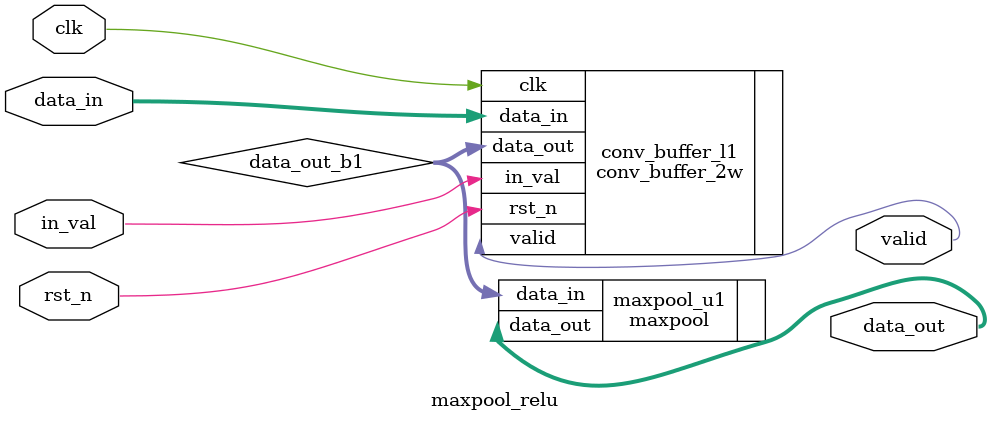
<source format=v>
module maxpool_relu #(parameter WIDTH = 28, HEIGHT = 28,FILTER_SIZE = 5, DATA_BITS = 8)(
    input clk,
    input in_val,
    input rst_n,
    input [DATA_BITS - 1:0] data_in,
    output signed [DATA_BITS - 1:0] data_out,
    output valid
);
wire  [(FILTER_SIZE*FILTER_SIZE)*DATA_BITS - 1:0] data_out_b1;
conv_buffer_2w #(.WIDTH(WIDTH), .HEIGHT(HEIGHT), .DATA_BITS(DATA_BITS), .FILTER_SIZE(FILTER_SIZE))
conv_buffer_l1(
    .clk(clk),
    .rst_n(rst_n),
    .in_val(in_val),
    .data_in(data_in),
    .data_out(data_out_b1),
    .valid(valid)
);
maxpool #(.FILTER_SIZE(FILTER_SIZE),.DATA_BITS(DATA_BITS))
maxpool_u1 (
    .data_in(data_out_b1), 
    .data_out(data_out)
);
endmodule
</source>
